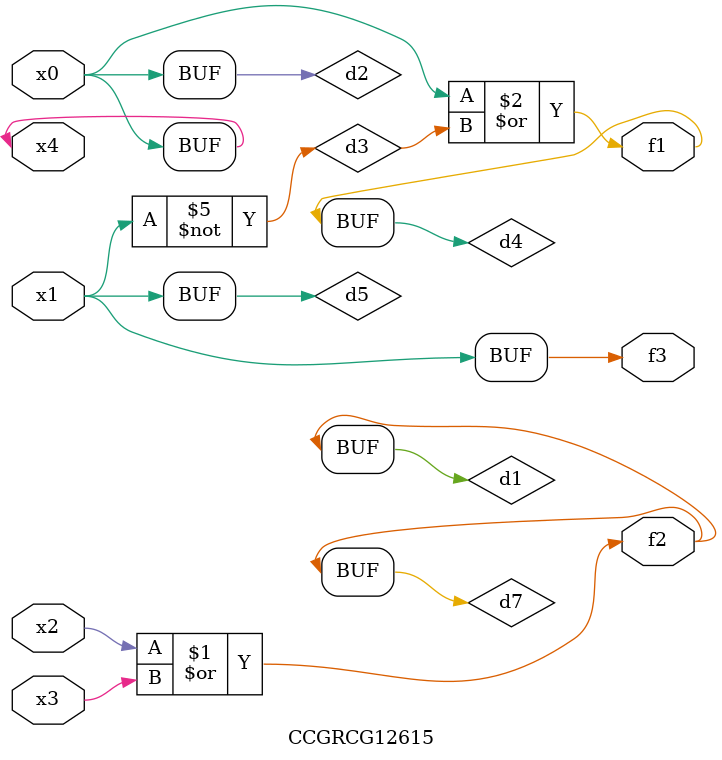
<source format=v>
module CCGRCG12615(
	input x0, x1, x2, x3, x4,
	output f1, f2, f3
);

	wire d1, d2, d3, d4, d5, d6, d7;

	or (d1, x2, x3);
	buf (d2, x0, x4);
	not (d3, x1);
	or (d4, d2, d3);
	not (d5, d3);
	nand (d6, d1, d3);
	or (d7, d1);
	assign f1 = d4;
	assign f2 = d7;
	assign f3 = d5;
endmodule

</source>
